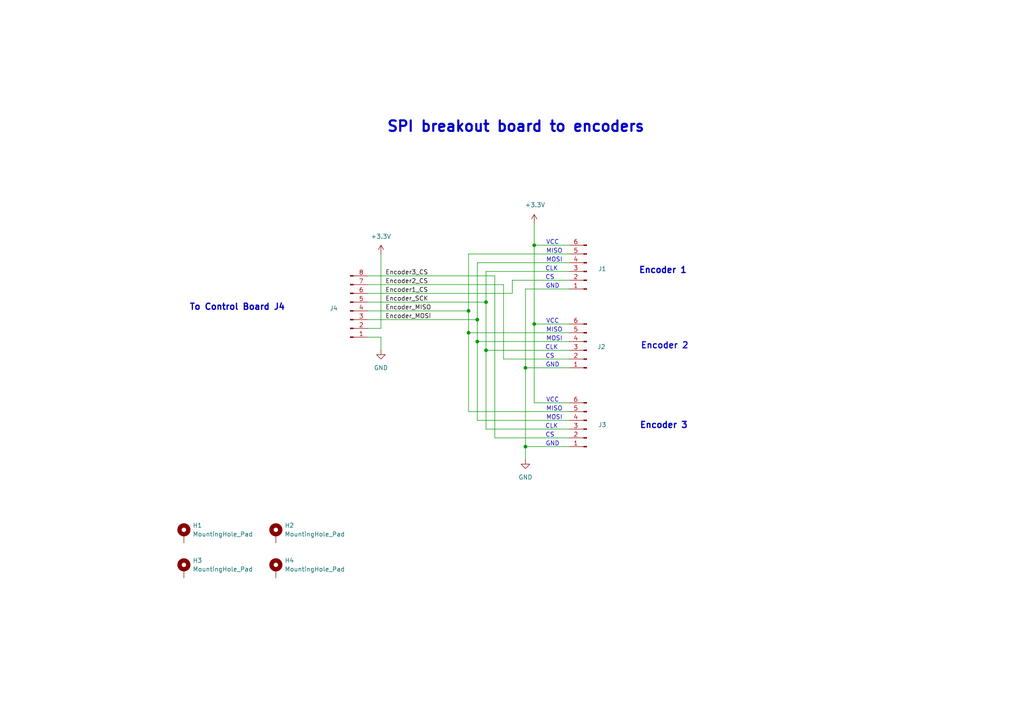
<source format=kicad_sch>
(kicad_sch (version 20250114) (generator "eeschema") (generator_version "9.0")
  (paper "A4")
  (lib_symbols
    (symbol "Connector:Conn_01x06_Pin" (pin_names (offset 1.016) (hide yes))
      (property "Reference" "J" (at 0 7.62 0))
      (property "Value" "Conn_01x06_Pin" (at 0 -10.16 0))
      (symbol "Conn_01x06_Pin_1_1"
        (rectangle (start 0.8636 5.207) (end 0 4.953) (stroke (width 0.1524)) (fill (type outline)))
        (rectangle (start 0.8636 2.667) (end 0 2.413) (stroke (width 0.1524)) (fill (type outline)))
        (rectangle (start 0.8636 0.127) (end 0 -0.127) (stroke (width 0.1524)) (fill (type outline)))
        (rectangle (start 0.8636 -2.413) (end 0 -2.667) (stroke (width 0.1524)) (fill (type outline)))
        (rectangle (start 0.8636 -4.953) (end 0 -5.207) (stroke (width 0.1524)) (fill (type outline)))
        (rectangle (start 0.8636 -7.493) (end 0 -7.747) (stroke (width 0.1524)) (fill (type outline)))
        (polyline (pts (xy 1.27 5.08) (xy 0.8636 5.08)) (stroke (width 0.1524)))
        (polyline (pts (xy 1.27 2.54) (xy 0.8636 2.54)) (stroke (width 0.1524)))
        (polyline (pts (xy 1.27 0) (xy 0.8636 0)) (stroke (width 0.1524)))
        (polyline (pts (xy 1.27 -2.54) (xy 0.8636 -2.54)) (stroke (width 0.1524)))
        (polyline (pts (xy 1.27 -5.08) (xy 0.8636 -5.08)) (stroke (width 0.1524)))
        (polyline (pts (xy 1.27 -7.62) (xy 0.8636 -7.62)) (stroke (width 0.1524)))
        (pin passive line (at 5.08 5.08 180) (length 3.81) (name "Pin_1") (number "1"))
        (pin passive line (at 5.08 2.54 180) (length 3.81) (name "Pin_2") (number "2"))
        (pin passive line (at 5.08 0 180) (length 3.81) (name "Pin_3") (number "3"))
        (pin passive line (at 5.08 -2.54 180) (length 3.81) (name "Pin_4") (number "4"))
        (pin passive line (at 5.08 -5.08 180) (length 3.81) (name "Pin_5") (number "5"))
        (pin passive line (at 5.08 -7.62 180) (length 3.81) (name "Pin_6") (number "6"))
      )
    )
    (symbol "Connector:Conn_01x08_Pin" (pin_names (offset 1.016) (hide yes))
      (property "Reference" "J" (at 0 10.16 0))
      (property "Value" "Conn_01x08_Pin" (at 0 -12.7 0))
      (symbol "Conn_01x08_Pin_1_1"
        (rectangle (start 0.8636 7.747) (end 0 7.493) (stroke (width 0.1524)) (fill (type outline)))
        (rectangle (start 0.8636 5.207) (end 0 4.953) (stroke (width 0.1524)) (fill (type outline)))
        (rectangle (start 0.8636 2.667) (end 0 2.413) (stroke (width 0.1524)) (fill (type outline)))
        (rectangle (start 0.8636 0.127) (end 0 -0.127) (stroke (width 0.1524)) (fill (type outline)))
        (rectangle (start 0.8636 -2.413) (end 0 -2.667) (stroke (width 0.1524)) (fill (type outline)))
        (rectangle (start 0.8636 -4.953) (end 0 -5.207) (stroke (width 0.1524)) (fill (type outline)))
        (rectangle (start 0.8636 -7.493) (end 0 -7.747) (stroke (width 0.1524)) (fill (type outline)))
        (rectangle (start 0.8636 -10.033) (end 0 -10.287) (stroke (width 0.1524)) (fill (type outline)))
        (polyline (pts (xy 1.27 7.62) (xy 0.8636 7.62)) (stroke (width 0.1524)))
        (polyline (pts (xy 1.27 5.08) (xy 0.8636 5.08)) (stroke (width 0.1524)))
        (polyline (pts (xy 1.27 2.54) (xy 0.8636 2.54)) (stroke (width 0.1524)))
        (polyline (pts (xy 1.27 0) (xy 0.8636 0)) (stroke (width 0.1524)))
        (polyline (pts (xy 1.27 -2.54) (xy 0.8636 -2.54)) (stroke (width 0.1524)))
        (polyline (pts (xy 1.27 -5.08) (xy 0.8636 -5.08)) (stroke (width 0.1524)))
        (polyline (pts (xy 1.27 -7.62) (xy 0.8636 -7.62)) (stroke (width 0.1524)))
        (polyline (pts (xy 1.27 -10.16) (xy 0.8636 -10.16)) (stroke (width 0.1524)))
        (pin passive line (at 5.08 7.62 180) (length 3.81) (name "Pin_1") (number "1"))
        (pin passive line (at 5.08 5.08 180) (length 3.81) (name "Pin_2") (number "2"))
        (pin passive line (at 5.08 2.54 180) (length 3.81) (name "Pin_3") (number "3"))
        (pin passive line (at 5.08 0 180) (length 3.81) (name "Pin_4") (number "4"))
        (pin passive line (at 5.08 -2.54 180) (length 3.81) (name "Pin_5") (number "5"))
        (pin passive line (at 5.08 -5.08 180) (length 3.81) (name "Pin_6") (number "6"))
        (pin passive line (at 5.08 -7.62 180) (length 3.81) (name "Pin_7") (number "7"))
        (pin passive line (at 5.08 -10.16 180) (length 3.81) (name "Pin_8") (number "8"))
      )
    )
    (symbol "Mechanical:MountingHole_Pad" (pin_numbers (hide yes)) (pin_names (offset 1.016) (hide yes)) (in_bom no)
      (property "Reference" "H" (at 0 6.35 0))
      (property "Value" "MountingHole_Pad" (at 0 4.445 0))
      (symbol "MountingHole_Pad_0_1"
        (circle (center 0 1.27) (radius 1.27) (stroke (width 1.27)))
      )
      (symbol "MountingHole_Pad_1_1"
        (pin input line (at 0 -2.54 90) (length 2.54) (name "1") (number "1"))
      )
    )
    (symbol "power:+3.3V" (power) (pin_numbers (hide yes)) (pin_names (offset 0) (hide yes))
      (property "Value" "+3.3V" (at 0 3.556 0))
      (symbol "+3.3V_0_1"
        (polyline (pts (xy -0.762 1.27) (xy 0 2.54)))
        (polyline (pts (xy 0 2.54) (xy 0.762 1.27)))
        (polyline (pts (xy 0 0) (xy 0 2.54)))
      )
      (symbol "+3.3V_1_1"
        (pin power_in line (at 0 0 90) (length 0) (name "~") (number "1"))
      )
    )
    (symbol "power:GND" (power) (pin_numbers (hide yes)) (pin_names (offset 0) (hide yes))
      (property "Value" "GND" (at 0 -3.81 0))
      (symbol "GND_0_1"
        (polyline (pts (xy 0 0) (xy 0 -1.27) (xy 1.27 -1.27) (xy 0 -2.54) (xy -1.27 -1.27) (xy 0 -1.27)))
      )
      (symbol "GND_1_1"
        (pin power_in line (at 0 0 270) (length 0) (name "~") (number "1"))
      )
    )
  )
  (text "VCC" (at 160.274 116.078 0) (effects (font (size 1.27 1.27))))
  (text "CS" (at 159.512 80.518 0) (effects (font (size 1.27 1.27))))
  (text "Encoder 2" (at 192.786 100.33 0) (effects (font (size 1.778 1.778) (thickness 0.3048) (bold yes))))
  (text "CLK" (at 160.02 100.838 0) (effects (font (size 1.27 1.27))))
  (text "MISO" (at 160.782 118.618 0) (effects (font (size 1.27 1.27))))
  (text "VCC" (at 160.274 93.218 0) (effects (font (size 1.27 1.27))))
  (text "CS" (at 159.512 103.378 0) (effects (font (size 1.27 1.27))))
  (text "VCC" (at 160.274 70.358 0) (effects (font (size 1.27 1.27))))
  (text "To Control Board J4" (at 68.834 89.154 0) (effects (font (size 1.778 1.778) (thickness 0.3556) (bold yes))))
  (text "MOSI" (at 160.782 75.438 0) (effects (font (size 1.27 1.27))))
  (text "Encoder 3" (at 192.532 123.444 0) (effects (font (size 1.778 1.778) (thickness 0.3556) (bold yes))))
  (text "SPI breakout board to encoders" (at 149.606 36.83 0) (effects (font (size 3.048 3.048) (thickness 0.6096) (bold yes))))
  (text "MOSI" (at 160.782 121.158 0) (effects (font (size 1.27 1.27))))
  (text "MOSI" (at 160.782 98.298 0) (effects (font (size 1.27 1.27))))
  (text "GND" (at 160.274 128.778 0) (effects (font (size 1.27 1.27))))
  (text "GND" (at 160.274 83.058 0) (effects (font (size 1.27 1.27))))
  (text "CLK" (at 160.02 123.698 0) (effects (font (size 1.27 1.27))))
  (text "Encoder 1" (at 192.278 78.486 0) (effects (font (size 1.778 1.778) (thickness 0.3556) (bold yes))))
  (text "CS" (at 159.512 126.238 0) (effects (font (size 1.27 1.27))))
  (text "CLK" (at 160.02 77.978 0) (effects (font (size 1.27 1.27))))
  (text "GND" (at 160.274 105.918 0) (effects (font (size 1.27 1.27))))
  (text "MISO" (at 160.782 72.898 0) (effects (font (size 1.27 1.27))))
  (text "MISO" (at 160.782 95.758 0) (effects (font (size 1.27 1.27))))
  (junction (at 154.94 71.12))
  (junction (at 152.4 129.54))
  (junction (at 154.94 93.98))
  (junction (at 135.89 90.17))
  (junction (at 152.4 106.68))
  (junction (at 138.43 92.71))
  (junction (at 140.97 101.6))
  (junction (at 138.43 99.06))
  (junction (at 140.97 87.63))
  (junction (at 135.89 96.52))
  (wire (pts (xy 140.97 87.63) (xy 140.97 101.6)))
  (wire (pts (xy 154.94 71.12) (xy 165.1 71.12)))
  (wire (pts (xy 165.1 116.84) (xy 154.94 116.84)))
  (wire (pts (xy 106.68 85.09) (xy 148.59 85.09)))
  (wire (pts (xy 152.4 106.68) (xy 152.4 129.54)))
  (wire (pts (xy 106.68 87.63) (xy 140.97 87.63)))
  (wire (pts (xy 106.68 95.25) (xy 110.49 95.25)))
  (wire (pts (xy 146.05 82.55) (xy 146.05 104.14)))
  (wire (pts (xy 135.89 90.17) (xy 135.89 96.52)))
  (wire (pts (xy 135.89 73.66) (xy 165.1 73.66)))
  (wire (pts (xy 148.59 85.09) (xy 148.59 81.28)))
  (wire (pts (xy 110.49 97.79) (xy 110.49 101.6)))
  (wire (pts (xy 154.94 71.12) (xy 154.94 64.77)))
  (wire (pts (xy 152.4 129.54) (xy 152.4 133.35)))
  (wire (pts (xy 135.89 96.52) (xy 135.89 119.38)))
  (wire (pts (xy 154.94 116.84) (xy 154.94 93.98)))
  (wire (pts (xy 135.89 96.52) (xy 165.1 96.52)))
  (wire (pts (xy 106.68 92.71) (xy 138.43 92.71)))
  (wire (pts (xy 152.4 106.68) (xy 165.1 106.68)))
  (wire (pts (xy 138.43 99.06) (xy 165.1 99.06)))
  (wire (pts (xy 154.94 93.98) (xy 165.1 93.98)))
  (wire (pts (xy 165.1 83.82) (xy 152.4 83.82)))
  (wire (pts (xy 152.4 129.54) (xy 165.1 129.54)))
  (wire (pts (xy 135.89 90.17) (xy 135.89 73.66)))
  (wire (pts (xy 143.51 80.01) (xy 143.51 127)))
  (wire (pts (xy 152.4 83.82) (xy 152.4 106.68)))
  (wire (pts (xy 106.68 80.01) (xy 143.51 80.01)))
  (wire (pts (xy 110.49 95.25) (xy 110.49 73.66)))
  (wire (pts (xy 140.97 87.63) (xy 140.97 78.74)))
  (wire (pts (xy 138.43 92.71) (xy 138.43 76.2)))
  (wire (pts (xy 143.51 127) (xy 165.1 127)))
  (wire (pts (xy 140.97 124.46) (xy 165.1 124.46)))
  (wire (pts (xy 106.68 82.55) (xy 146.05 82.55)))
  (wire (pts (xy 138.43 99.06) (xy 138.43 121.92)))
  (wire (pts (xy 106.68 97.79) (xy 110.49 97.79)))
  (wire (pts (xy 154.94 93.98) (xy 154.94 71.12)))
  (wire (pts (xy 146.05 104.14) (xy 165.1 104.14)))
  (wire (pts (xy 140.97 101.6) (xy 140.97 124.46)))
  (wire (pts (xy 138.43 76.2) (xy 165.1 76.2)))
  (wire (pts (xy 148.59 81.28) (xy 165.1 81.28)))
  (wire (pts (xy 135.89 119.38) (xy 165.1 119.38)))
  (wire (pts (xy 106.68 90.17) (xy 135.89 90.17)))
  (wire (pts (xy 140.97 101.6) (xy 165.1 101.6)))
  (wire (pts (xy 140.97 78.74) (xy 165.1 78.74)))
  (wire (pts (xy 138.43 92.71) (xy 138.43 99.06)))
  (wire (pts (xy 138.43 121.92) (xy 165.1 121.92)))
  (label "Encoder_MOSI" (at 111.76 92.71 0))
  (label "Encoder_MISO" (at 111.76 90.17 0))
  (label "Encoder1_CS" (at 111.76 85.09 0))
  (label "Encoder2_CS" (at 111.76 82.55 0))
  (label "Encoder_SCK" (at 111.76 87.63 0))
  (label "Encoder3_CS" (at 111.76 80.01 0))
  (symbol (lib_id "Connector:Conn_01x08_Pin") (at 101.6 90.17 0) (mirror x) (unit 1)
    (property "Reference" "J4" (at 96.774 89.408 0))
    (property "Value" "Conn_01x08_Pin" (effects (hide yes)))
    (property "Footprint" "Connector_JST:JST_PH_B8B-PH-K_1x08_P2.00mm_Vertical" (effects (hide yes)))
    (property "Description" "Generic connector, single row, 01x08, script generated" (effects (hide yes)))
  )
  (symbol (lib_id "Connector:Conn_01x06_Pin") (at 170.18 124.46 180) (unit 1)
    (property "Reference" "J3" (at 173.482 123.19 0) (effects (justify right)))
    (property "Value" "Conn_01x06_Pin" (effects (hide yes)))
    (property "Footprint" "Connector_JST:JST_PH_B6B-PH-K_1x06_P2.00mm_Vertical" (effects (hide yes)))
    (property "Description" "Generic connector, single row, 01x06, script generated" (effects (hide yes)))
  )
  (symbol (lib_id "Connector:Conn_01x06_Pin") (at 170.18 78.74 180) (unit 1)
    (property "Reference" "J1" (at 173.482 77.978 0) (effects (justify right)))
    (property "Value" "Conn_01x06_Pin" (effects (hide yes)))
    (property "Footprint" "Connector_JST:JST_PH_B6B-PH-K_1x06_P2.00mm_Vertical" (effects (hide yes)))
    (property "Description" "Generic connector, single row, 01x06, script generated" (effects (hide yes)))
  )
  (symbol (lib_id "power:+3.3V") (at 110.49 73.66 0) (unit 1)
    (property "Reference" "#PWR03" (effects (hide yes)))
    (property "Value" "+3.3V" (at 110.49 68.58 0))
    (property "Description" "Power symbol creates a global label with name \"+3.3V\"" (effects (hide yes)))
  )
  (symbol (lib_id "Mechanical:MountingHole_Pad") (at 80.01 154.94 0) (unit 1) (in_bom no)
    (property "Reference" "H2" (at 82.55 152.3999 0) (effects (justify left)))
    (property "Value" "MountingHole_Pad" (at 82.55 154.9399 0) (effects (justify left)))
    (property "Footprint" "MountingHole:MountingHole_2.7mm_M2.5_Pad_Via" (effects (hide yes)))
    (property "Description" "Mounting Hole with connection" (effects (hide yes)))
  )
  (symbol (lib_id "power:GND") (at 110.49 101.6 0) (unit 1)
    (property "Reference" "#PWR01" (effects (hide yes)))
    (property "Value" "GND" (at 110.49 106.68 0))
    (property "Description" "Power symbol creates a global label with name \"GND\" , ground" (effects (hide yes)))
  )
  (symbol (lib_id "Mechanical:MountingHole_Pad") (at 80.01 165.1 0) (unit 1) (in_bom no)
    (property "Reference" "H4" (at 82.55 162.5599 0) (effects (justify left)))
    (property "Value" "MountingHole_Pad" (at 82.55 165.0999 0) (effects (justify left)))
    (property "Footprint" "MountingHole:MountingHole_2.7mm_M2.5_Pad_Via" (effects (hide yes)))
    (property "Description" "Mounting Hole with connection" (effects (hide yes)))
  )
  (symbol (lib_id "Mechanical:MountingHole_Pad") (at 53.34 165.1 0) (unit 1) (in_bom no)
    (property "Reference" "H3" (at 55.88 162.5599 0) (effects (justify left)))
    (property "Value" "MountingHole_Pad" (at 55.88 165.0999 0) (effects (justify left)))
    (property "Footprint" "MountingHole:MountingHole_2.7mm_M2.5_Pad_Via" (effects (hide yes)))
    (property "Description" "Mounting Hole with connection" (effects (hide yes)))
  )
  (symbol (lib_id "power:GND") (at 152.4 133.35 0) (unit 1)
    (property "Reference" "#PWR02" (effects (hide yes)))
    (property "Value" "GND" (at 152.4 138.43 0))
    (property "Description" "Power symbol creates a global label with name \"GND\" , ground" (effects (hide yes)))
  )
  (symbol (lib_id "Connector:Conn_01x06_Pin") (at 170.18 101.6 180) (unit 1)
    (property "Reference" "J2" (at 173.228 100.584 0) (effects (justify right)))
    (property "Value" "Conn_01x06_Pin" (effects (hide yes)))
    (property "Footprint" "Connector_JST:JST_PH_B6B-PH-K_1x06_P2.00mm_Vertical" (effects (hide yes)))
    (property "Description" "Generic connector, single row, 01x06, script generated" (effects (hide yes)))
  )
  (symbol (lib_id "power:+3.3V") (at 154.94 64.77 0) (unit 1)
    (property "Reference" "#PWR04" (effects (hide yes)))
    (property "Value" "+3.3V" (at 155.194 59.436 0))
    (property "Description" "Power symbol creates a global label with name \"+3.3V\"" (effects (hide yes)))
  )
  (symbol (lib_id "Mechanical:MountingHole_Pad") (at 53.34 154.94 0) (unit 1) (in_bom no)
    (property "Reference" "H1" (at 55.88 152.3999 0) (effects (justify left)))
    (property "Value" "MountingHole_Pad" (at 55.88 154.9399 0) (effects (justify left)))
    (property "Footprint" "MountingHole:MountingHole_2.7mm_M2.5_Pad_Via" (effects (hide yes)))
    (property "Description" "Mounting Hole with connection" (effects (hide yes)))
  )
)
</source>
